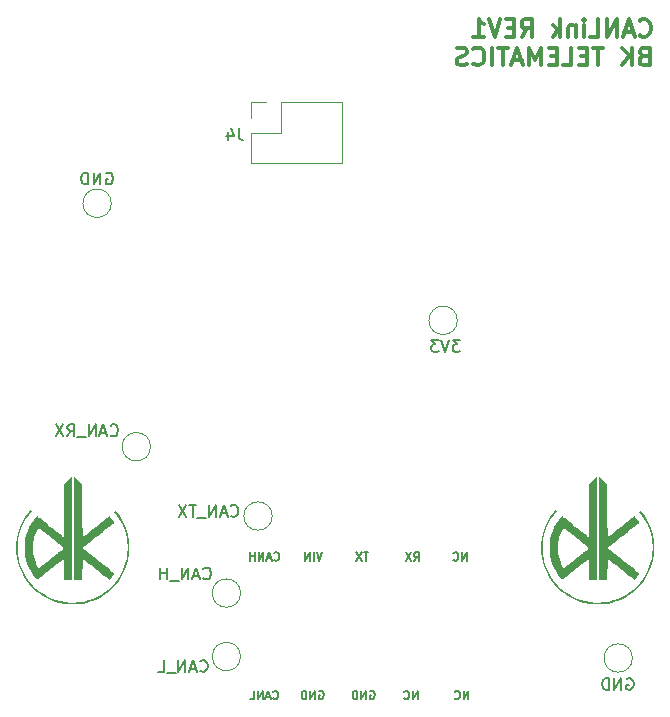
<source format=gbr>
G04 #@! TF.GenerationSoftware,KiCad,Pcbnew,9.0.0-rc2-6-ga1fa0bdb0b*
G04 #@! TF.CreationDate,2025-02-11T11:14:17+02:00*
G04 #@! TF.ProjectId,can_link_r1,63616e5f-6c69-46e6-9b5f-72312e6b6963,Rev 4*
G04 #@! TF.SameCoordinates,Original*
G04 #@! TF.FileFunction,Legend,Bot*
G04 #@! TF.FilePolarity,Positive*
%FSLAX46Y46*%
G04 Gerber Fmt 4.6, Leading zero omitted, Abs format (unit mm)*
G04 Created by KiCad (PCBNEW 9.0.0-rc2-6-ga1fa0bdb0b) date 2025-02-11 11:14:17*
%MOMM*%
%LPD*%
G01*
G04 APERTURE LIST*
%ADD10C,0.150000*%
%ADD11C,0.300000*%
%ADD12C,0.120000*%
%ADD13C,0.000000*%
G04 APERTURE END LIST*
D10*
X172399999Y-120716033D02*
X172399999Y-120016033D01*
X172399999Y-120016033D02*
X171999999Y-120716033D01*
X171999999Y-120716033D02*
X171999999Y-120016033D01*
X171266666Y-120649366D02*
X171299999Y-120682700D01*
X171299999Y-120682700D02*
X171399999Y-120716033D01*
X171399999Y-120716033D02*
X171466666Y-120716033D01*
X171466666Y-120716033D02*
X171566666Y-120682700D01*
X171566666Y-120682700D02*
X171633333Y-120616033D01*
X171633333Y-120616033D02*
X171666666Y-120549366D01*
X171666666Y-120549366D02*
X171699999Y-120416033D01*
X171699999Y-120416033D02*
X171699999Y-120316033D01*
X171699999Y-120316033D02*
X171666666Y-120182700D01*
X171666666Y-120182700D02*
X171633333Y-120116033D01*
X171633333Y-120116033D02*
X171566666Y-120049366D01*
X171566666Y-120049366D02*
X171466666Y-120016033D01*
X171466666Y-120016033D02*
X171399999Y-120016033D01*
X171399999Y-120016033D02*
X171299999Y-120049366D01*
X171299999Y-120049366D02*
X171266666Y-120082700D01*
D11*
X187038346Y-76228013D02*
X187109774Y-76299442D01*
X187109774Y-76299442D02*
X187324060Y-76370870D01*
X187324060Y-76370870D02*
X187466917Y-76370870D01*
X187466917Y-76370870D02*
X187681203Y-76299442D01*
X187681203Y-76299442D02*
X187824060Y-76156584D01*
X187824060Y-76156584D02*
X187895489Y-76013727D01*
X187895489Y-76013727D02*
X187966917Y-75728013D01*
X187966917Y-75728013D02*
X187966917Y-75513727D01*
X187966917Y-75513727D02*
X187895489Y-75228013D01*
X187895489Y-75228013D02*
X187824060Y-75085156D01*
X187824060Y-75085156D02*
X187681203Y-74942299D01*
X187681203Y-74942299D02*
X187466917Y-74870870D01*
X187466917Y-74870870D02*
X187324060Y-74870870D01*
X187324060Y-74870870D02*
X187109774Y-74942299D01*
X187109774Y-74942299D02*
X187038346Y-75013727D01*
X186466917Y-75942299D02*
X185752632Y-75942299D01*
X186609774Y-76370870D02*
X186109774Y-74870870D01*
X186109774Y-74870870D02*
X185609774Y-76370870D01*
X185109775Y-76370870D02*
X185109775Y-74870870D01*
X185109775Y-74870870D02*
X184252632Y-76370870D01*
X184252632Y-76370870D02*
X184252632Y-74870870D01*
X182824060Y-76370870D02*
X183538346Y-76370870D01*
X183538346Y-76370870D02*
X183538346Y-74870870D01*
X182324060Y-76370870D02*
X182324060Y-75370870D01*
X182324060Y-74870870D02*
X182395488Y-74942299D01*
X182395488Y-74942299D02*
X182324060Y-75013727D01*
X182324060Y-75013727D02*
X182252631Y-74942299D01*
X182252631Y-74942299D02*
X182324060Y-74870870D01*
X182324060Y-74870870D02*
X182324060Y-75013727D01*
X181609774Y-75370870D02*
X181609774Y-76370870D01*
X181609774Y-75513727D02*
X181538345Y-75442299D01*
X181538345Y-75442299D02*
X181395488Y-75370870D01*
X181395488Y-75370870D02*
X181181202Y-75370870D01*
X181181202Y-75370870D02*
X181038345Y-75442299D01*
X181038345Y-75442299D02*
X180966917Y-75585156D01*
X180966917Y-75585156D02*
X180966917Y-76370870D01*
X180252631Y-76370870D02*
X180252631Y-74870870D01*
X180109774Y-75799442D02*
X179681202Y-76370870D01*
X179681202Y-75370870D02*
X180252631Y-75942299D01*
X177038345Y-76370870D02*
X177538345Y-75656584D01*
X177895488Y-76370870D02*
X177895488Y-74870870D01*
X177895488Y-74870870D02*
X177324059Y-74870870D01*
X177324059Y-74870870D02*
X177181202Y-74942299D01*
X177181202Y-74942299D02*
X177109773Y-75013727D01*
X177109773Y-75013727D02*
X177038345Y-75156584D01*
X177038345Y-75156584D02*
X177038345Y-75370870D01*
X177038345Y-75370870D02*
X177109773Y-75513727D01*
X177109773Y-75513727D02*
X177181202Y-75585156D01*
X177181202Y-75585156D02*
X177324059Y-75656584D01*
X177324059Y-75656584D02*
X177895488Y-75656584D01*
X176395488Y-75585156D02*
X175895488Y-75585156D01*
X175681202Y-76370870D02*
X176395488Y-76370870D01*
X176395488Y-76370870D02*
X176395488Y-74870870D01*
X176395488Y-74870870D02*
X175681202Y-74870870D01*
X175252630Y-74870870D02*
X174752630Y-76370870D01*
X174752630Y-76370870D02*
X174252630Y-74870870D01*
X172966916Y-76370870D02*
X173824059Y-76370870D01*
X173395488Y-76370870D02*
X173395488Y-74870870D01*
X173395488Y-74870870D02*
X173538345Y-75085156D01*
X173538345Y-75085156D02*
X173681202Y-75228013D01*
X173681202Y-75228013D02*
X173824059Y-75299442D01*
X187395489Y-78000072D02*
X187181203Y-78071500D01*
X187181203Y-78071500D02*
X187109774Y-78142929D01*
X187109774Y-78142929D02*
X187038346Y-78285786D01*
X187038346Y-78285786D02*
X187038346Y-78500072D01*
X187038346Y-78500072D02*
X187109774Y-78642929D01*
X187109774Y-78642929D02*
X187181203Y-78714358D01*
X187181203Y-78714358D02*
X187324060Y-78785786D01*
X187324060Y-78785786D02*
X187895489Y-78785786D01*
X187895489Y-78785786D02*
X187895489Y-77285786D01*
X187895489Y-77285786D02*
X187395489Y-77285786D01*
X187395489Y-77285786D02*
X187252632Y-77357215D01*
X187252632Y-77357215D02*
X187181203Y-77428643D01*
X187181203Y-77428643D02*
X187109774Y-77571500D01*
X187109774Y-77571500D02*
X187109774Y-77714358D01*
X187109774Y-77714358D02*
X187181203Y-77857215D01*
X187181203Y-77857215D02*
X187252632Y-77928643D01*
X187252632Y-77928643D02*
X187395489Y-78000072D01*
X187395489Y-78000072D02*
X187895489Y-78000072D01*
X186395489Y-78785786D02*
X186395489Y-77285786D01*
X185538346Y-78785786D02*
X186181203Y-77928643D01*
X185538346Y-77285786D02*
X186395489Y-78142929D01*
X183966917Y-77285786D02*
X183109775Y-77285786D01*
X183538346Y-78785786D02*
X183538346Y-77285786D01*
X182609775Y-78000072D02*
X182109775Y-78000072D01*
X181895489Y-78785786D02*
X182609775Y-78785786D01*
X182609775Y-78785786D02*
X182609775Y-77285786D01*
X182609775Y-77285786D02*
X181895489Y-77285786D01*
X180538346Y-78785786D02*
X181252632Y-78785786D01*
X181252632Y-78785786D02*
X181252632Y-77285786D01*
X180038346Y-78000072D02*
X179538346Y-78000072D01*
X179324060Y-78785786D02*
X180038346Y-78785786D01*
X180038346Y-78785786D02*
X180038346Y-77285786D01*
X180038346Y-77285786D02*
X179324060Y-77285786D01*
X178681203Y-78785786D02*
X178681203Y-77285786D01*
X178681203Y-77285786D02*
X178181203Y-78357215D01*
X178181203Y-78357215D02*
X177681203Y-77285786D01*
X177681203Y-77285786D02*
X177681203Y-78785786D01*
X177038345Y-78357215D02*
X176324060Y-78357215D01*
X177181202Y-78785786D02*
X176681202Y-77285786D01*
X176681202Y-77285786D02*
X176181202Y-78785786D01*
X175895488Y-77285786D02*
X175038346Y-77285786D01*
X175466917Y-78785786D02*
X175466917Y-77285786D01*
X174538346Y-78785786D02*
X174538346Y-77285786D01*
X172966917Y-78642929D02*
X173038345Y-78714358D01*
X173038345Y-78714358D02*
X173252631Y-78785786D01*
X173252631Y-78785786D02*
X173395488Y-78785786D01*
X173395488Y-78785786D02*
X173609774Y-78714358D01*
X173609774Y-78714358D02*
X173752631Y-78571500D01*
X173752631Y-78571500D02*
X173824060Y-78428643D01*
X173824060Y-78428643D02*
X173895488Y-78142929D01*
X173895488Y-78142929D02*
X173895488Y-77928643D01*
X173895488Y-77928643D02*
X173824060Y-77642929D01*
X173824060Y-77642929D02*
X173752631Y-77500072D01*
X173752631Y-77500072D02*
X173609774Y-77357215D01*
X173609774Y-77357215D02*
X173395488Y-77285786D01*
X173395488Y-77285786D02*
X173252631Y-77285786D01*
X173252631Y-77285786D02*
X173038345Y-77357215D01*
X173038345Y-77357215D02*
X172966917Y-77428643D01*
X172395488Y-78714358D02*
X172181203Y-78785786D01*
X172181203Y-78785786D02*
X171824060Y-78785786D01*
X171824060Y-78785786D02*
X171681203Y-78714358D01*
X171681203Y-78714358D02*
X171609774Y-78642929D01*
X171609774Y-78642929D02*
X171538345Y-78500072D01*
X171538345Y-78500072D02*
X171538345Y-78357215D01*
X171538345Y-78357215D02*
X171609774Y-78214358D01*
X171609774Y-78214358D02*
X171681203Y-78142929D01*
X171681203Y-78142929D02*
X171824060Y-78071500D01*
X171824060Y-78071500D02*
X172109774Y-78000072D01*
X172109774Y-78000072D02*
X172252631Y-77928643D01*
X172252631Y-77928643D02*
X172324060Y-77857215D01*
X172324060Y-77857215D02*
X172395488Y-77714358D01*
X172395488Y-77714358D02*
X172395488Y-77571500D01*
X172395488Y-77571500D02*
X172324060Y-77428643D01*
X172324060Y-77428643D02*
X172252631Y-77357215D01*
X172252631Y-77357215D02*
X172109774Y-77285786D01*
X172109774Y-77285786D02*
X171752631Y-77285786D01*
X171752631Y-77285786D02*
X171538345Y-77357215D01*
D10*
X159883332Y-131774366D02*
X159949999Y-131741033D01*
X159949999Y-131741033D02*
X160049999Y-131741033D01*
X160049999Y-131741033D02*
X160149999Y-131774366D01*
X160149999Y-131774366D02*
X160216666Y-131841033D01*
X160216666Y-131841033D02*
X160249999Y-131907700D01*
X160249999Y-131907700D02*
X160283332Y-132041033D01*
X160283332Y-132041033D02*
X160283332Y-132141033D01*
X160283332Y-132141033D02*
X160249999Y-132274366D01*
X160249999Y-132274366D02*
X160216666Y-132341033D01*
X160216666Y-132341033D02*
X160149999Y-132407700D01*
X160149999Y-132407700D02*
X160049999Y-132441033D01*
X160049999Y-132441033D02*
X159983332Y-132441033D01*
X159983332Y-132441033D02*
X159883332Y-132407700D01*
X159883332Y-132407700D02*
X159849999Y-132374366D01*
X159849999Y-132374366D02*
X159849999Y-132141033D01*
X159849999Y-132141033D02*
X159983332Y-132141033D01*
X159549999Y-132441033D02*
X159549999Y-131741033D01*
X159549999Y-131741033D02*
X159149999Y-132441033D01*
X159149999Y-132441033D02*
X159149999Y-131741033D01*
X158816666Y-132441033D02*
X158816666Y-131741033D01*
X158816666Y-131741033D02*
X158649999Y-131741033D01*
X158649999Y-131741033D02*
X158549999Y-131774366D01*
X158549999Y-131774366D02*
X158483333Y-131841033D01*
X158483333Y-131841033D02*
X158449999Y-131907700D01*
X158449999Y-131907700D02*
X158416666Y-132041033D01*
X158416666Y-132041033D02*
X158416666Y-132141033D01*
X158416666Y-132141033D02*
X158449999Y-132274366D01*
X158449999Y-132274366D02*
X158483333Y-132341033D01*
X158483333Y-132341033D02*
X158549999Y-132407700D01*
X158549999Y-132407700D02*
X158649999Y-132441033D01*
X158649999Y-132441033D02*
X158816666Y-132441033D01*
X156081666Y-120649366D02*
X156114999Y-120682700D01*
X156114999Y-120682700D02*
X156214999Y-120716033D01*
X156214999Y-120716033D02*
X156281666Y-120716033D01*
X156281666Y-120716033D02*
X156381666Y-120682700D01*
X156381666Y-120682700D02*
X156448333Y-120616033D01*
X156448333Y-120616033D02*
X156481666Y-120549366D01*
X156481666Y-120549366D02*
X156514999Y-120416033D01*
X156514999Y-120416033D02*
X156514999Y-120316033D01*
X156514999Y-120316033D02*
X156481666Y-120182700D01*
X156481666Y-120182700D02*
X156448333Y-120116033D01*
X156448333Y-120116033D02*
X156381666Y-120049366D01*
X156381666Y-120049366D02*
X156281666Y-120016033D01*
X156281666Y-120016033D02*
X156214999Y-120016033D01*
X156214999Y-120016033D02*
X156114999Y-120049366D01*
X156114999Y-120049366D02*
X156081666Y-120082700D01*
X155814999Y-120516033D02*
X155481666Y-120516033D01*
X155881666Y-120716033D02*
X155648333Y-120016033D01*
X155648333Y-120016033D02*
X155414999Y-120716033D01*
X155181666Y-120716033D02*
X155181666Y-120016033D01*
X155181666Y-120016033D02*
X154781666Y-120716033D01*
X154781666Y-120716033D02*
X154781666Y-120016033D01*
X154448333Y-120716033D02*
X154448333Y-120016033D01*
X154448333Y-120349366D02*
X154048333Y-120349366D01*
X154048333Y-120716033D02*
X154048333Y-120016033D01*
X156008333Y-132374366D02*
X156041666Y-132407700D01*
X156041666Y-132407700D02*
X156141666Y-132441033D01*
X156141666Y-132441033D02*
X156208333Y-132441033D01*
X156208333Y-132441033D02*
X156308333Y-132407700D01*
X156308333Y-132407700D02*
X156375000Y-132341033D01*
X156375000Y-132341033D02*
X156408333Y-132274366D01*
X156408333Y-132274366D02*
X156441666Y-132141033D01*
X156441666Y-132141033D02*
X156441666Y-132041033D01*
X156441666Y-132041033D02*
X156408333Y-131907700D01*
X156408333Y-131907700D02*
X156375000Y-131841033D01*
X156375000Y-131841033D02*
X156308333Y-131774366D01*
X156308333Y-131774366D02*
X156208333Y-131741033D01*
X156208333Y-131741033D02*
X156141666Y-131741033D01*
X156141666Y-131741033D02*
X156041666Y-131774366D01*
X156041666Y-131774366D02*
X156008333Y-131807700D01*
X155741666Y-132241033D02*
X155408333Y-132241033D01*
X155808333Y-132441033D02*
X155575000Y-131741033D01*
X155575000Y-131741033D02*
X155341666Y-132441033D01*
X155108333Y-132441033D02*
X155108333Y-131741033D01*
X155108333Y-131741033D02*
X154708333Y-132441033D01*
X154708333Y-132441033D02*
X154708333Y-131741033D01*
X154041667Y-132441033D02*
X154375000Y-132441033D01*
X154375000Y-132441033D02*
X154375000Y-131741033D01*
X164208332Y-131774366D02*
X164274999Y-131741033D01*
X164274999Y-131741033D02*
X164374999Y-131741033D01*
X164374999Y-131741033D02*
X164474999Y-131774366D01*
X164474999Y-131774366D02*
X164541666Y-131841033D01*
X164541666Y-131841033D02*
X164574999Y-131907700D01*
X164574999Y-131907700D02*
X164608332Y-132041033D01*
X164608332Y-132041033D02*
X164608332Y-132141033D01*
X164608332Y-132141033D02*
X164574999Y-132274366D01*
X164574999Y-132274366D02*
X164541666Y-132341033D01*
X164541666Y-132341033D02*
X164474999Y-132407700D01*
X164474999Y-132407700D02*
X164374999Y-132441033D01*
X164374999Y-132441033D02*
X164308332Y-132441033D01*
X164308332Y-132441033D02*
X164208332Y-132407700D01*
X164208332Y-132407700D02*
X164174999Y-132374366D01*
X164174999Y-132374366D02*
X164174999Y-132141033D01*
X164174999Y-132141033D02*
X164308332Y-132141033D01*
X163874999Y-132441033D02*
X163874999Y-131741033D01*
X163874999Y-131741033D02*
X163474999Y-132441033D01*
X163474999Y-132441033D02*
X163474999Y-131741033D01*
X163141666Y-132441033D02*
X163141666Y-131741033D01*
X163141666Y-131741033D02*
X162974999Y-131741033D01*
X162974999Y-131741033D02*
X162874999Y-131774366D01*
X162874999Y-131774366D02*
X162808333Y-131841033D01*
X162808333Y-131841033D02*
X162774999Y-131907700D01*
X162774999Y-131907700D02*
X162741666Y-132041033D01*
X162741666Y-132041033D02*
X162741666Y-132141033D01*
X162741666Y-132141033D02*
X162774999Y-132274366D01*
X162774999Y-132274366D02*
X162808333Y-132341033D01*
X162808333Y-132341033D02*
X162874999Y-132407700D01*
X162874999Y-132407700D02*
X162974999Y-132441033D01*
X162974999Y-132441033D02*
X163141666Y-132441033D01*
X160156666Y-120016033D02*
X159923333Y-120716033D01*
X159923333Y-120716033D02*
X159689999Y-120016033D01*
X159456666Y-120716033D02*
X159456666Y-120016033D01*
X159123333Y-120716033D02*
X159123333Y-120016033D01*
X159123333Y-120016033D02*
X158723333Y-120716033D01*
X158723333Y-120716033D02*
X158723333Y-120016033D01*
X164073333Y-120016033D02*
X163673333Y-120016033D01*
X163873333Y-120716033D02*
X163873333Y-120016033D01*
X163506667Y-120016033D02*
X163040000Y-120716033D01*
X163040000Y-120016033D02*
X163506667Y-120716033D01*
X172524999Y-132441033D02*
X172524999Y-131741033D01*
X172524999Y-131741033D02*
X172124999Y-132441033D01*
X172124999Y-132441033D02*
X172124999Y-131741033D01*
X171391666Y-132374366D02*
X171424999Y-132407700D01*
X171424999Y-132407700D02*
X171524999Y-132441033D01*
X171524999Y-132441033D02*
X171591666Y-132441033D01*
X171591666Y-132441033D02*
X171691666Y-132407700D01*
X171691666Y-132407700D02*
X171758333Y-132341033D01*
X171758333Y-132341033D02*
X171791666Y-132274366D01*
X171791666Y-132274366D02*
X171824999Y-132141033D01*
X171824999Y-132141033D02*
X171824999Y-132041033D01*
X171824999Y-132041033D02*
X171791666Y-131907700D01*
X171791666Y-131907700D02*
X171758333Y-131841033D01*
X171758333Y-131841033D02*
X171691666Y-131774366D01*
X171691666Y-131774366D02*
X171591666Y-131741033D01*
X171591666Y-131741033D02*
X171524999Y-131741033D01*
X171524999Y-131741033D02*
X171424999Y-131774366D01*
X171424999Y-131774366D02*
X171391666Y-131807700D01*
X168229999Y-132441033D02*
X168229999Y-131741033D01*
X168229999Y-131741033D02*
X167829999Y-132441033D01*
X167829999Y-132441033D02*
X167829999Y-131741033D01*
X167096666Y-132374366D02*
X167129999Y-132407700D01*
X167129999Y-132407700D02*
X167229999Y-132441033D01*
X167229999Y-132441033D02*
X167296666Y-132441033D01*
X167296666Y-132441033D02*
X167396666Y-132407700D01*
X167396666Y-132407700D02*
X167463333Y-132341033D01*
X167463333Y-132341033D02*
X167496666Y-132274366D01*
X167496666Y-132274366D02*
X167529999Y-132141033D01*
X167529999Y-132141033D02*
X167529999Y-132041033D01*
X167529999Y-132041033D02*
X167496666Y-131907700D01*
X167496666Y-131907700D02*
X167463333Y-131841033D01*
X167463333Y-131841033D02*
X167396666Y-131774366D01*
X167396666Y-131774366D02*
X167296666Y-131741033D01*
X167296666Y-131741033D02*
X167229999Y-131741033D01*
X167229999Y-131741033D02*
X167129999Y-131774366D01*
X167129999Y-131774366D02*
X167096666Y-131807700D01*
X167916666Y-120716033D02*
X168149999Y-120382700D01*
X168316666Y-120716033D02*
X168316666Y-120016033D01*
X168316666Y-120016033D02*
X168049999Y-120016033D01*
X168049999Y-120016033D02*
X167983333Y-120049366D01*
X167983333Y-120049366D02*
X167949999Y-120082700D01*
X167949999Y-120082700D02*
X167916666Y-120149366D01*
X167916666Y-120149366D02*
X167916666Y-120249366D01*
X167916666Y-120249366D02*
X167949999Y-120316033D01*
X167949999Y-120316033D02*
X167983333Y-120349366D01*
X167983333Y-120349366D02*
X168049999Y-120382700D01*
X168049999Y-120382700D02*
X168316666Y-120382700D01*
X167683333Y-120016033D02*
X167216666Y-120716033D01*
X167216666Y-120016033D02*
X167683333Y-120716033D01*
X171828094Y-102034819D02*
X171209047Y-102034819D01*
X171209047Y-102034819D02*
X171542380Y-102415771D01*
X171542380Y-102415771D02*
X171399523Y-102415771D01*
X171399523Y-102415771D02*
X171304285Y-102463390D01*
X171304285Y-102463390D02*
X171256666Y-102511009D01*
X171256666Y-102511009D02*
X171209047Y-102606247D01*
X171209047Y-102606247D02*
X171209047Y-102844342D01*
X171209047Y-102844342D02*
X171256666Y-102939580D01*
X171256666Y-102939580D02*
X171304285Y-102987200D01*
X171304285Y-102987200D02*
X171399523Y-103034819D01*
X171399523Y-103034819D02*
X171685237Y-103034819D01*
X171685237Y-103034819D02*
X171780475Y-102987200D01*
X171780475Y-102987200D02*
X171828094Y-102939580D01*
X170923332Y-102034819D02*
X170589999Y-103034819D01*
X170589999Y-103034819D02*
X170256666Y-102034819D01*
X170018570Y-102034819D02*
X169399523Y-102034819D01*
X169399523Y-102034819D02*
X169732856Y-102415771D01*
X169732856Y-102415771D02*
X169589999Y-102415771D01*
X169589999Y-102415771D02*
X169494761Y-102463390D01*
X169494761Y-102463390D02*
X169447142Y-102511009D01*
X169447142Y-102511009D02*
X169399523Y-102606247D01*
X169399523Y-102606247D02*
X169399523Y-102844342D01*
X169399523Y-102844342D02*
X169447142Y-102939580D01*
X169447142Y-102939580D02*
X169494761Y-102987200D01*
X169494761Y-102987200D02*
X169589999Y-103034819D01*
X169589999Y-103034819D02*
X169875713Y-103034819D01*
X169875713Y-103034819D02*
X169970951Y-102987200D01*
X169970951Y-102987200D02*
X170018570Y-102939580D01*
X150107619Y-122214580D02*
X150155238Y-122262200D01*
X150155238Y-122262200D02*
X150298095Y-122309819D01*
X150298095Y-122309819D02*
X150393333Y-122309819D01*
X150393333Y-122309819D02*
X150536190Y-122262200D01*
X150536190Y-122262200D02*
X150631428Y-122166961D01*
X150631428Y-122166961D02*
X150679047Y-122071723D01*
X150679047Y-122071723D02*
X150726666Y-121881247D01*
X150726666Y-121881247D02*
X150726666Y-121738390D01*
X150726666Y-121738390D02*
X150679047Y-121547914D01*
X150679047Y-121547914D02*
X150631428Y-121452676D01*
X150631428Y-121452676D02*
X150536190Y-121357438D01*
X150536190Y-121357438D02*
X150393333Y-121309819D01*
X150393333Y-121309819D02*
X150298095Y-121309819D01*
X150298095Y-121309819D02*
X150155238Y-121357438D01*
X150155238Y-121357438D02*
X150107619Y-121405057D01*
X149726666Y-122024104D02*
X149250476Y-122024104D01*
X149821904Y-122309819D02*
X149488571Y-121309819D01*
X149488571Y-121309819D02*
X149155238Y-122309819D01*
X148821904Y-122309819D02*
X148821904Y-121309819D01*
X148821904Y-121309819D02*
X148250476Y-122309819D01*
X148250476Y-122309819D02*
X148250476Y-121309819D01*
X148012381Y-122405057D02*
X147250476Y-122405057D01*
X147012380Y-122309819D02*
X147012380Y-121309819D01*
X147012380Y-121786009D02*
X146440952Y-121786009D01*
X146440952Y-122309819D02*
X146440952Y-121309819D01*
X153083333Y-84104819D02*
X153083333Y-84819104D01*
X153083333Y-84819104D02*
X153130952Y-84961961D01*
X153130952Y-84961961D02*
X153226190Y-85057200D01*
X153226190Y-85057200D02*
X153369047Y-85104819D01*
X153369047Y-85104819D02*
X153464285Y-85104819D01*
X152178571Y-84438152D02*
X152178571Y-85104819D01*
X152416666Y-84057200D02*
X152654761Y-84771485D01*
X152654761Y-84771485D02*
X152035714Y-84771485D01*
X141861904Y-87922438D02*
X141957142Y-87874819D01*
X141957142Y-87874819D02*
X142099999Y-87874819D01*
X142099999Y-87874819D02*
X142242856Y-87922438D01*
X142242856Y-87922438D02*
X142338094Y-88017676D01*
X142338094Y-88017676D02*
X142385713Y-88112914D01*
X142385713Y-88112914D02*
X142433332Y-88303390D01*
X142433332Y-88303390D02*
X142433332Y-88446247D01*
X142433332Y-88446247D02*
X142385713Y-88636723D01*
X142385713Y-88636723D02*
X142338094Y-88731961D01*
X142338094Y-88731961D02*
X142242856Y-88827200D01*
X142242856Y-88827200D02*
X142099999Y-88874819D01*
X142099999Y-88874819D02*
X142004761Y-88874819D01*
X142004761Y-88874819D02*
X141861904Y-88827200D01*
X141861904Y-88827200D02*
X141814285Y-88779580D01*
X141814285Y-88779580D02*
X141814285Y-88446247D01*
X141814285Y-88446247D02*
X142004761Y-88446247D01*
X141385713Y-88874819D02*
X141385713Y-87874819D01*
X141385713Y-87874819D02*
X140814285Y-88874819D01*
X140814285Y-88874819D02*
X140814285Y-87874819D01*
X140338094Y-88874819D02*
X140338094Y-87874819D01*
X140338094Y-87874819D02*
X140099999Y-87874819D01*
X140099999Y-87874819D02*
X139957142Y-87922438D01*
X139957142Y-87922438D02*
X139861904Y-88017676D01*
X139861904Y-88017676D02*
X139814285Y-88112914D01*
X139814285Y-88112914D02*
X139766666Y-88303390D01*
X139766666Y-88303390D02*
X139766666Y-88446247D01*
X139766666Y-88446247D02*
X139814285Y-88636723D01*
X139814285Y-88636723D02*
X139861904Y-88731961D01*
X139861904Y-88731961D02*
X139957142Y-88827200D01*
X139957142Y-88827200D02*
X140099999Y-88874819D01*
X140099999Y-88874819D02*
X140338094Y-88874819D01*
X142255000Y-110094580D02*
X142302619Y-110142200D01*
X142302619Y-110142200D02*
X142445476Y-110189819D01*
X142445476Y-110189819D02*
X142540714Y-110189819D01*
X142540714Y-110189819D02*
X142683571Y-110142200D01*
X142683571Y-110142200D02*
X142778809Y-110046961D01*
X142778809Y-110046961D02*
X142826428Y-109951723D01*
X142826428Y-109951723D02*
X142874047Y-109761247D01*
X142874047Y-109761247D02*
X142874047Y-109618390D01*
X142874047Y-109618390D02*
X142826428Y-109427914D01*
X142826428Y-109427914D02*
X142778809Y-109332676D01*
X142778809Y-109332676D02*
X142683571Y-109237438D01*
X142683571Y-109237438D02*
X142540714Y-109189819D01*
X142540714Y-109189819D02*
X142445476Y-109189819D01*
X142445476Y-109189819D02*
X142302619Y-109237438D01*
X142302619Y-109237438D02*
X142255000Y-109285057D01*
X141874047Y-109904104D02*
X141397857Y-109904104D01*
X141969285Y-110189819D02*
X141635952Y-109189819D01*
X141635952Y-109189819D02*
X141302619Y-110189819D01*
X140969285Y-110189819D02*
X140969285Y-109189819D01*
X140969285Y-109189819D02*
X140397857Y-110189819D01*
X140397857Y-110189819D02*
X140397857Y-109189819D01*
X140159762Y-110285057D02*
X139397857Y-110285057D01*
X138588333Y-110189819D02*
X138921666Y-109713628D01*
X139159761Y-110189819D02*
X139159761Y-109189819D01*
X139159761Y-109189819D02*
X138778809Y-109189819D01*
X138778809Y-109189819D02*
X138683571Y-109237438D01*
X138683571Y-109237438D02*
X138635952Y-109285057D01*
X138635952Y-109285057D02*
X138588333Y-109380295D01*
X138588333Y-109380295D02*
X138588333Y-109523152D01*
X138588333Y-109523152D02*
X138635952Y-109618390D01*
X138635952Y-109618390D02*
X138683571Y-109666009D01*
X138683571Y-109666009D02*
X138778809Y-109713628D01*
X138778809Y-109713628D02*
X139159761Y-109713628D01*
X138254999Y-109189819D02*
X137588333Y-110189819D01*
X137588333Y-109189819D02*
X138254999Y-110189819D01*
X185951904Y-130712438D02*
X186047142Y-130664819D01*
X186047142Y-130664819D02*
X186189999Y-130664819D01*
X186189999Y-130664819D02*
X186332856Y-130712438D01*
X186332856Y-130712438D02*
X186428094Y-130807676D01*
X186428094Y-130807676D02*
X186475713Y-130902914D01*
X186475713Y-130902914D02*
X186523332Y-131093390D01*
X186523332Y-131093390D02*
X186523332Y-131236247D01*
X186523332Y-131236247D02*
X186475713Y-131426723D01*
X186475713Y-131426723D02*
X186428094Y-131521961D01*
X186428094Y-131521961D02*
X186332856Y-131617200D01*
X186332856Y-131617200D02*
X186189999Y-131664819D01*
X186189999Y-131664819D02*
X186094761Y-131664819D01*
X186094761Y-131664819D02*
X185951904Y-131617200D01*
X185951904Y-131617200D02*
X185904285Y-131569580D01*
X185904285Y-131569580D02*
X185904285Y-131236247D01*
X185904285Y-131236247D02*
X186094761Y-131236247D01*
X185475713Y-131664819D02*
X185475713Y-130664819D01*
X185475713Y-130664819D02*
X184904285Y-131664819D01*
X184904285Y-131664819D02*
X184904285Y-130664819D01*
X184428094Y-131664819D02*
X184428094Y-130664819D01*
X184428094Y-130664819D02*
X184189999Y-130664819D01*
X184189999Y-130664819D02*
X184047142Y-130712438D01*
X184047142Y-130712438D02*
X183951904Y-130807676D01*
X183951904Y-130807676D02*
X183904285Y-130902914D01*
X183904285Y-130902914D02*
X183856666Y-131093390D01*
X183856666Y-131093390D02*
X183856666Y-131236247D01*
X183856666Y-131236247D02*
X183904285Y-131426723D01*
X183904285Y-131426723D02*
X183951904Y-131521961D01*
X183951904Y-131521961D02*
X184047142Y-131617200D01*
X184047142Y-131617200D02*
X184189999Y-131664819D01*
X184189999Y-131664819D02*
X184428094Y-131664819D01*
X152430952Y-116909580D02*
X152478571Y-116957200D01*
X152478571Y-116957200D02*
X152621428Y-117004819D01*
X152621428Y-117004819D02*
X152716666Y-117004819D01*
X152716666Y-117004819D02*
X152859523Y-116957200D01*
X152859523Y-116957200D02*
X152954761Y-116861961D01*
X152954761Y-116861961D02*
X153002380Y-116766723D01*
X153002380Y-116766723D02*
X153049999Y-116576247D01*
X153049999Y-116576247D02*
X153049999Y-116433390D01*
X153049999Y-116433390D02*
X153002380Y-116242914D01*
X153002380Y-116242914D02*
X152954761Y-116147676D01*
X152954761Y-116147676D02*
X152859523Y-116052438D01*
X152859523Y-116052438D02*
X152716666Y-116004819D01*
X152716666Y-116004819D02*
X152621428Y-116004819D01*
X152621428Y-116004819D02*
X152478571Y-116052438D01*
X152478571Y-116052438D02*
X152430952Y-116100057D01*
X152049999Y-116719104D02*
X151573809Y-116719104D01*
X152145237Y-117004819D02*
X151811904Y-116004819D01*
X151811904Y-116004819D02*
X151478571Y-117004819D01*
X151145237Y-117004819D02*
X151145237Y-116004819D01*
X151145237Y-116004819D02*
X150573809Y-117004819D01*
X150573809Y-117004819D02*
X150573809Y-116004819D01*
X150335714Y-117100057D02*
X149573809Y-117100057D01*
X149478570Y-116004819D02*
X148907142Y-116004819D01*
X149192856Y-117004819D02*
X149192856Y-116004819D01*
X148669046Y-116004819D02*
X148002380Y-117004819D01*
X148002380Y-116004819D02*
X148669046Y-117004819D01*
X149838571Y-130059580D02*
X149886190Y-130107200D01*
X149886190Y-130107200D02*
X150029047Y-130154819D01*
X150029047Y-130154819D02*
X150124285Y-130154819D01*
X150124285Y-130154819D02*
X150267142Y-130107200D01*
X150267142Y-130107200D02*
X150362380Y-130011961D01*
X150362380Y-130011961D02*
X150409999Y-129916723D01*
X150409999Y-129916723D02*
X150457618Y-129726247D01*
X150457618Y-129726247D02*
X150457618Y-129583390D01*
X150457618Y-129583390D02*
X150409999Y-129392914D01*
X150409999Y-129392914D02*
X150362380Y-129297676D01*
X150362380Y-129297676D02*
X150267142Y-129202438D01*
X150267142Y-129202438D02*
X150124285Y-129154819D01*
X150124285Y-129154819D02*
X150029047Y-129154819D01*
X150029047Y-129154819D02*
X149886190Y-129202438D01*
X149886190Y-129202438D02*
X149838571Y-129250057D01*
X149457618Y-129869104D02*
X148981428Y-129869104D01*
X149552856Y-130154819D02*
X149219523Y-129154819D01*
X149219523Y-129154819D02*
X148886190Y-130154819D01*
X148552856Y-130154819D02*
X148552856Y-129154819D01*
X148552856Y-129154819D02*
X147981428Y-130154819D01*
X147981428Y-130154819D02*
X147981428Y-129154819D01*
X147743333Y-130250057D02*
X146981428Y-130250057D01*
X146267142Y-130154819D02*
X146743332Y-130154819D01*
X146743332Y-130154819D02*
X146743332Y-129154819D01*
D12*
G04 #@! TO.C,TP1*
X171600000Y-100380000D02*
G75*
G02*
X169200000Y-100380000I-1200000J0D01*
G01*
X169200000Y-100380000D02*
G75*
G02*
X171600000Y-100380000I1200000J0D01*
G01*
G04 #@! TO.C,TP4*
X153250000Y-123475000D02*
G75*
G02*
X150850000Y-123475000I-1200000J0D01*
G01*
X150850000Y-123475000D02*
G75*
G02*
X153250000Y-123475000I1200000J0D01*
G01*
G04 #@! TO.C,J4*
X154095000Y-81895000D02*
X154095000Y-83225000D01*
X154095000Y-84495000D02*
X154095000Y-87095000D01*
X154095000Y-87095000D02*
X161835000Y-87095000D01*
X155425000Y-81895000D02*
X154095000Y-81895000D01*
X156695000Y-81895000D02*
X156695000Y-84495000D01*
X156695000Y-81895000D02*
X161835000Y-81895000D01*
X156695000Y-84495000D02*
X154095000Y-84495000D01*
X161835000Y-81895000D02*
X161835000Y-87095000D01*
D13*
G04 #@! TO.C,G\u002A\u002A\u002A*
G36*
X139523283Y-113866841D02*
G01*
X139863832Y-114207087D01*
X139863832Y-116470646D01*
X139863853Y-116624405D01*
X139863987Y-116890779D01*
X139864241Y-117146792D01*
X139864606Y-117390538D01*
X139865074Y-117620114D01*
X139865640Y-117833612D01*
X139866294Y-118029129D01*
X139867030Y-118204758D01*
X139867840Y-118358595D01*
X139868716Y-118488734D01*
X139869652Y-118593270D01*
X139870639Y-118670297D01*
X139871670Y-118717911D01*
X139872737Y-118734205D01*
X139873165Y-118734077D01*
X139890649Y-118721982D01*
X139930286Y-118692056D01*
X139988676Y-118646942D01*
X140062418Y-118589283D01*
X140148112Y-118521723D01*
X140242358Y-118446904D01*
X140326216Y-118380124D01*
X140432767Y-118295299D01*
X140536009Y-118213134D01*
X140630274Y-118138142D01*
X140709893Y-118074832D01*
X140769195Y-118027714D01*
X140774641Y-118023390D01*
X140839430Y-117971901D01*
X140895894Y-117926945D01*
X140938129Y-117893227D01*
X140960235Y-117875451D01*
X140967932Y-117869201D01*
X141003714Y-117840452D01*
X141062870Y-117793170D01*
X141145845Y-117727003D01*
X141253079Y-117641599D01*
X141385015Y-117536605D01*
X141542097Y-117411668D01*
X141724765Y-117266436D01*
X142160586Y-116919989D01*
X142200378Y-116967417D01*
X142218211Y-116988762D01*
X142304633Y-117094873D01*
X142382207Y-117194479D01*
X142448778Y-117284483D01*
X142502189Y-117361790D01*
X142540283Y-117423302D01*
X142560904Y-117465923D01*
X142561895Y-117486556D01*
X142560604Y-117487667D01*
X142539395Y-117504900D01*
X142496247Y-117539485D01*
X142434592Y-117588683D01*
X142357864Y-117649758D01*
X142269497Y-117719974D01*
X142172923Y-117796593D01*
X142102394Y-117852522D01*
X141975716Y-117953027D01*
X141842292Y-118058938D01*
X141710320Y-118163744D01*
X141587996Y-118260936D01*
X141483519Y-118344008D01*
X141466495Y-118357550D01*
X141377042Y-118428710D01*
X141267655Y-118515727D01*
X141143279Y-118614669D01*
X141008858Y-118721600D01*
X140869336Y-118832589D01*
X140729658Y-118943703D01*
X140594768Y-119051007D01*
X140519700Y-119110715D01*
X140400368Y-119205599D01*
X140288620Y-119294415D01*
X140187525Y-119374726D01*
X140100151Y-119444094D01*
X140029568Y-119500084D01*
X139978843Y-119540259D01*
X139951046Y-119562181D01*
X139923464Y-119584815D01*
X139892494Y-119613806D01*
X139880445Y-119630525D01*
X139882399Y-119633971D01*
X139903683Y-119655360D01*
X139944691Y-119691622D01*
X140000786Y-119738735D01*
X140067331Y-119792677D01*
X140089139Y-119810070D01*
X140207105Y-119904111D01*
X140343302Y-120012622D01*
X140494327Y-120132898D01*
X140656781Y-120262232D01*
X140827261Y-120397921D01*
X141002367Y-120537257D01*
X141178698Y-120677536D01*
X141352851Y-120816051D01*
X141521426Y-120950098D01*
X141681021Y-121076970D01*
X141828236Y-121193962D01*
X141959669Y-121298368D01*
X142071918Y-121387483D01*
X142161583Y-121458600D01*
X142212538Y-121499081D01*
X142308864Y-121576149D01*
X142394730Y-121645562D01*
X142467005Y-121704746D01*
X142522557Y-121751125D01*
X142558251Y-121782124D01*
X142570957Y-121795167D01*
X142564949Y-121811008D01*
X142541283Y-121850459D01*
X142502767Y-121907463D01*
X142452720Y-121977400D01*
X142394464Y-122055649D01*
X142331318Y-122137592D01*
X142266605Y-122218607D01*
X142242436Y-122247981D01*
X142202808Y-122294775D01*
X142173947Y-122327028D01*
X142160855Y-122339045D01*
X142151882Y-122333017D01*
X142119557Y-122308629D01*
X142066673Y-122267728D01*
X141996273Y-122212693D01*
X141911400Y-122145907D01*
X141815097Y-122069751D01*
X141710408Y-121986605D01*
X141599245Y-121898137D01*
X141349360Y-121699273D01*
X141123988Y-121519926D01*
X140922082Y-121359262D01*
X140742596Y-121216450D01*
X140584484Y-121090658D01*
X140446699Y-120981053D01*
X140328196Y-120886804D01*
X140227929Y-120807078D01*
X140144851Y-120741044D01*
X140077915Y-120687869D01*
X140026077Y-120646721D01*
X139988289Y-120616769D01*
X139963505Y-120597179D01*
X139872139Y-120525155D01*
X139863549Y-122339045D01*
X139182734Y-122339045D01*
X139182734Y-113526596D01*
X139523283Y-113866841D01*
G37*
G36*
X135529075Y-116452557D02*
G01*
X135582303Y-116504917D01*
X135466299Y-116643596D01*
X135320632Y-116826211D01*
X135099663Y-117143094D01*
X134908391Y-117473230D01*
X134746252Y-117817877D01*
X134612680Y-118178290D01*
X134507110Y-118555728D01*
X134428977Y-118951446D01*
X134426526Y-118966945D01*
X134414873Y-119046037D01*
X134406013Y-119119651D01*
X134399585Y-119194234D01*
X134395230Y-119276237D01*
X134392587Y-119372110D01*
X134391296Y-119488302D01*
X134390997Y-119631262D01*
X134391677Y-119770242D01*
X134394893Y-119930853D01*
X134401522Y-120071511D01*
X134412413Y-120199748D01*
X134428410Y-120323096D01*
X134450362Y-120449088D01*
X134479114Y-120585256D01*
X134515513Y-120739130D01*
X134604266Y-121056876D01*
X134732060Y-121411405D01*
X134886878Y-121749331D01*
X135070293Y-122074030D01*
X135283878Y-122388882D01*
X135420460Y-122565601D01*
X135680070Y-122860155D01*
X135960291Y-123129021D01*
X136260166Y-123371633D01*
X136578739Y-123587425D01*
X136915052Y-123775830D01*
X137268149Y-123936282D01*
X137637073Y-124068215D01*
X138020867Y-124171062D01*
X138418574Y-124244257D01*
X138455198Y-124249064D01*
X138582890Y-124260938D01*
X138732768Y-124269225D01*
X138896942Y-124273929D01*
X139067525Y-124275053D01*
X139236629Y-124272598D01*
X139396365Y-124266569D01*
X139538845Y-124256968D01*
X139656180Y-124243798D01*
X139960264Y-124190136D01*
X140347969Y-124093461D01*
X140720368Y-123967470D01*
X141077067Y-123812356D01*
X141417677Y-123628317D01*
X141741804Y-123415548D01*
X142049057Y-123174243D01*
X142339045Y-122904600D01*
X142596802Y-122622727D01*
X142835152Y-122314648D01*
X143045240Y-121990052D01*
X143226482Y-121650300D01*
X143378296Y-121296754D01*
X143500099Y-120930776D01*
X143591309Y-120553726D01*
X143651342Y-120166968D01*
X143679616Y-119771862D01*
X143679726Y-119444129D01*
X143656268Y-119105588D01*
X143607180Y-118774853D01*
X143531270Y-118444043D01*
X143427344Y-118105278D01*
X143382760Y-117981755D01*
X143265600Y-117701599D01*
X143128777Y-117425343D01*
X142976348Y-117160272D01*
X142812371Y-116913674D01*
X142640902Y-116692836D01*
X142565242Y-116603396D01*
X142619581Y-116554844D01*
X142621070Y-116553512D01*
X142645139Y-116532638D01*
X142664873Y-116521312D01*
X142684399Y-116522309D01*
X142707846Y-116538405D01*
X142739342Y-116572374D01*
X142783015Y-116626991D01*
X142842993Y-116705032D01*
X142916876Y-116803868D01*
X143135179Y-117129989D01*
X143323989Y-117469146D01*
X143483876Y-117822702D01*
X143615412Y-118192019D01*
X143719164Y-118578460D01*
X143795704Y-118983388D01*
X143797659Y-118996785D01*
X143809346Y-119105828D01*
X143818042Y-119239739D01*
X143823747Y-119391345D01*
X143826465Y-119553472D01*
X143826197Y-119718946D01*
X143822946Y-119880593D01*
X143816714Y-120031238D01*
X143807503Y-120163709D01*
X143795315Y-120270831D01*
X143726368Y-120645569D01*
X143623183Y-121039546D01*
X143491058Y-121417594D01*
X143330242Y-121779261D01*
X143140988Y-122124094D01*
X142923545Y-122451638D01*
X142678165Y-122761442D01*
X142405098Y-123053052D01*
X142104596Y-123326015D01*
X141960841Y-123441501D01*
X141649881Y-123660695D01*
X141319430Y-123855543D01*
X140973018Y-124024572D01*
X140614175Y-124166310D01*
X140246431Y-124279285D01*
X139873318Y-124362023D01*
X139498365Y-124413053D01*
X139438518Y-124417794D01*
X139308221Y-124424473D01*
X139161605Y-124428347D01*
X139008554Y-124429390D01*
X138858950Y-124427577D01*
X138722676Y-124422885D01*
X138609614Y-124415287D01*
X138324580Y-124380696D01*
X137934535Y-124305755D01*
X137555691Y-124200738D01*
X137189509Y-124066652D01*
X136837451Y-123904507D01*
X136500977Y-123715313D01*
X136181548Y-123500077D01*
X135880624Y-123259808D01*
X135599667Y-122995516D01*
X135340136Y-122708210D01*
X135103494Y-122398898D01*
X134891200Y-122068589D01*
X134704715Y-121718292D01*
X134626259Y-121547063D01*
X134483745Y-121179853D01*
X134373428Y-120806006D01*
X134295004Y-120424183D01*
X134248172Y-120033048D01*
X134232628Y-119631262D01*
X134245930Y-119264756D01*
X134291216Y-118868536D01*
X134368323Y-118481215D01*
X134476946Y-118103688D01*
X134616785Y-117736848D01*
X134787536Y-117381593D01*
X134988896Y-117038816D01*
X135220563Y-116709412D01*
X135265346Y-116651597D01*
X135321367Y-116580945D01*
X135371738Y-116519103D01*
X135409311Y-116474951D01*
X135475848Y-116400196D01*
X135529075Y-116452557D01*
G37*
G36*
X139000000Y-122339045D02*
G01*
X138302289Y-122339045D01*
X138302289Y-121433682D01*
X138302240Y-121334418D01*
X138301934Y-121170092D01*
X138301371Y-121017901D01*
X138300578Y-120880859D01*
X138299583Y-120761979D01*
X138298413Y-120664272D01*
X138297094Y-120590751D01*
X138295654Y-120544429D01*
X138294121Y-120528319D01*
X138285966Y-120533809D01*
X138254253Y-120557770D01*
X138201189Y-120598842D01*
X138129430Y-120654943D01*
X138041630Y-120723986D01*
X137940446Y-120803889D01*
X137828531Y-120892568D01*
X137708542Y-120987937D01*
X137669238Y-121019222D01*
X137533817Y-121127007D01*
X137396254Y-121236486D01*
X137261237Y-121343929D01*
X137133455Y-121445603D01*
X137017599Y-121537778D01*
X136918357Y-121616722D01*
X136840419Y-121678703D01*
X136804107Y-121707591D01*
X136719768Y-121774808D01*
X136644078Y-121835299D01*
X136581379Y-121885581D01*
X136536017Y-121922175D01*
X136512337Y-121941598D01*
X136499596Y-121952367D01*
X136425829Y-122013005D01*
X136346347Y-122075950D01*
X136265657Y-122137889D01*
X136188268Y-122195510D01*
X136118689Y-122245502D01*
X136061428Y-122284552D01*
X136020995Y-122309347D01*
X136001897Y-122316576D01*
X135981683Y-122300865D01*
X135944792Y-122261421D01*
X135896048Y-122203253D01*
X135839000Y-122130974D01*
X135777200Y-122049197D01*
X135714199Y-121962534D01*
X135653549Y-121875597D01*
X135598801Y-121793000D01*
X135494853Y-121621527D01*
X135332087Y-121304509D01*
X135199372Y-120976605D01*
X135096741Y-120639995D01*
X135024229Y-120296860D01*
X134981870Y-119949381D01*
X134970508Y-119623002D01*
X135675577Y-119623002D01*
X135683080Y-119885703D01*
X135707068Y-120128532D01*
X135749310Y-120361274D01*
X135811578Y-120593717D01*
X135895641Y-120835644D01*
X135903432Y-120855486D01*
X135932164Y-120923626D01*
X135967661Y-121002767D01*
X136006590Y-121085997D01*
X136045618Y-121166402D01*
X136081411Y-121237072D01*
X136110636Y-121291092D01*
X136129958Y-121321550D01*
X136138979Y-121331128D01*
X136157201Y-121341656D01*
X136160033Y-121340375D01*
X136183787Y-121324030D01*
X136226729Y-121291849D01*
X136283905Y-121247592D01*
X136350360Y-121195022D01*
X136374198Y-121175990D01*
X136431880Y-121129977D01*
X136509683Y-121067944D01*
X136604313Y-120992513D01*
X136712477Y-120906308D01*
X136830883Y-120811953D01*
X136956237Y-120712071D01*
X137085247Y-120609286D01*
X137214619Y-120506221D01*
X137341061Y-120405499D01*
X137461279Y-120309744D01*
X137571981Y-120221579D01*
X137669873Y-120143629D01*
X137751662Y-120078515D01*
X137814056Y-120028863D01*
X137853761Y-119997295D01*
X137874144Y-119981100D01*
X138005519Y-119876259D01*
X138111344Y-119790895D01*
X138192361Y-119724392D01*
X138249312Y-119676135D01*
X138282939Y-119645509D01*
X138293983Y-119631896D01*
X138286552Y-119623586D01*
X138256863Y-119597313D01*
X138204211Y-119553093D01*
X138128277Y-119490669D01*
X138028743Y-119409787D01*
X137905290Y-119310189D01*
X137757603Y-119191622D01*
X137585362Y-119053829D01*
X137388249Y-118896554D01*
X137165947Y-118719542D01*
X136918139Y-118522538D01*
X136644505Y-118305285D01*
X136633561Y-118296606D01*
X136524007Y-118210386D01*
X136422613Y-118131732D01*
X136332333Y-118062855D01*
X136256122Y-118005963D01*
X136196936Y-117963265D01*
X136157730Y-117936970D01*
X136141460Y-117929286D01*
X136133587Y-117937123D01*
X136110238Y-117972964D01*
X136078460Y-118031393D01*
X136040796Y-118106931D01*
X135999792Y-118194102D01*
X135957992Y-118287428D01*
X135917941Y-118381432D01*
X135882185Y-118470636D01*
X135853268Y-118549564D01*
X135786608Y-118761220D01*
X135735461Y-118968294D01*
X135701159Y-119172746D01*
X135681824Y-119385874D01*
X135675580Y-119618978D01*
X135675577Y-119623002D01*
X134970508Y-119623002D01*
X134969698Y-119599739D01*
X134987748Y-119250114D01*
X135036054Y-118902688D01*
X135114650Y-118559640D01*
X135223571Y-118223152D01*
X135362850Y-117895404D01*
X135532522Y-117578577D01*
X135533436Y-117577044D01*
X135589386Y-117486716D01*
X135651862Y-117391793D01*
X135717797Y-117296340D01*
X135784124Y-117204421D01*
X135847776Y-117120101D01*
X135905686Y-117047443D01*
X135954789Y-116990513D01*
X135992016Y-116953374D01*
X136014301Y-116940092D01*
X136023872Y-116946326D01*
X136057790Y-116971633D01*
X136114275Y-117015008D01*
X136191425Y-117074956D01*
X136287337Y-117149981D01*
X136400108Y-117238587D01*
X136527837Y-117339280D01*
X136668619Y-117450562D01*
X136820552Y-117570940D01*
X136981734Y-117698916D01*
X137150261Y-117832995D01*
X137282243Y-117938057D01*
X137445274Y-118067702D01*
X137599481Y-118190184D01*
X137742962Y-118303997D01*
X137873808Y-118407635D01*
X137990116Y-118499592D01*
X138089979Y-118578361D01*
X138171492Y-118642437D01*
X138232749Y-118690312D01*
X138271844Y-118720481D01*
X138286873Y-118731437D01*
X138288168Y-118726235D01*
X138290270Y-118691650D01*
X138292229Y-118625610D01*
X138294037Y-118529228D01*
X138295688Y-118403620D01*
X138297173Y-118249900D01*
X138298484Y-118069182D01*
X138299615Y-117862581D01*
X138300557Y-117631211D01*
X138301304Y-117376188D01*
X138301846Y-117098625D01*
X138302177Y-116799638D01*
X138302289Y-116480340D01*
X138302289Y-114223706D01*
X138651145Y-113875147D01*
X139000000Y-113526588D01*
X139000000Y-119631896D01*
X139000000Y-122339045D01*
G37*
G36*
X183973283Y-113866841D02*
G01*
X184313832Y-114207087D01*
X184313832Y-116470646D01*
X184313853Y-116624405D01*
X184313987Y-116890779D01*
X184314241Y-117146792D01*
X184314606Y-117390538D01*
X184315074Y-117620114D01*
X184315640Y-117833612D01*
X184316294Y-118029129D01*
X184317030Y-118204758D01*
X184317840Y-118358595D01*
X184318716Y-118488734D01*
X184319652Y-118593270D01*
X184320639Y-118670297D01*
X184321670Y-118717911D01*
X184322737Y-118734205D01*
X184323165Y-118734077D01*
X184340649Y-118721982D01*
X184380286Y-118692056D01*
X184438676Y-118646942D01*
X184512418Y-118589283D01*
X184598112Y-118521723D01*
X184692358Y-118446904D01*
X184776216Y-118380124D01*
X184882767Y-118295299D01*
X184986009Y-118213134D01*
X185080274Y-118138142D01*
X185159893Y-118074832D01*
X185219195Y-118027714D01*
X185224641Y-118023390D01*
X185289430Y-117971901D01*
X185345894Y-117926945D01*
X185388129Y-117893227D01*
X185410235Y-117875451D01*
X185417932Y-117869201D01*
X185453714Y-117840452D01*
X185512870Y-117793170D01*
X185595845Y-117727003D01*
X185703079Y-117641599D01*
X185835015Y-117536605D01*
X185992097Y-117411668D01*
X186174765Y-117266436D01*
X186610586Y-116919989D01*
X186650378Y-116967417D01*
X186668211Y-116988762D01*
X186754633Y-117094873D01*
X186832207Y-117194479D01*
X186898778Y-117284483D01*
X186952189Y-117361790D01*
X186990283Y-117423302D01*
X187010904Y-117465923D01*
X187011895Y-117486556D01*
X187010604Y-117487667D01*
X186989395Y-117504900D01*
X186946247Y-117539485D01*
X186884592Y-117588683D01*
X186807864Y-117649758D01*
X186719497Y-117719974D01*
X186622923Y-117796593D01*
X186552394Y-117852522D01*
X186425716Y-117953027D01*
X186292292Y-118058938D01*
X186160320Y-118163744D01*
X186037996Y-118260936D01*
X185933519Y-118344008D01*
X185916495Y-118357550D01*
X185827042Y-118428710D01*
X185717655Y-118515727D01*
X185593279Y-118614669D01*
X185458858Y-118721600D01*
X185319336Y-118832589D01*
X185179658Y-118943703D01*
X185044768Y-119051007D01*
X184969700Y-119110715D01*
X184850368Y-119205599D01*
X184738620Y-119294415D01*
X184637525Y-119374726D01*
X184550151Y-119444094D01*
X184479568Y-119500084D01*
X184428843Y-119540259D01*
X184401046Y-119562181D01*
X184373464Y-119584815D01*
X184342494Y-119613806D01*
X184330445Y-119630525D01*
X184332399Y-119633971D01*
X184353683Y-119655360D01*
X184394691Y-119691622D01*
X184450786Y-119738735D01*
X184517331Y-119792677D01*
X184539139Y-119810070D01*
X184657105Y-119904111D01*
X184793302Y-120012622D01*
X184944327Y-120132898D01*
X185106781Y-120262232D01*
X185277261Y-120397921D01*
X185452367Y-120537257D01*
X185628698Y-120677536D01*
X185802851Y-120816051D01*
X185971426Y-120950098D01*
X186131021Y-121076970D01*
X186278236Y-121193962D01*
X186409669Y-121298368D01*
X186521918Y-121387483D01*
X186611583Y-121458600D01*
X186662538Y-121499081D01*
X186758864Y-121576149D01*
X186844730Y-121645562D01*
X186917005Y-121704746D01*
X186972557Y-121751125D01*
X187008251Y-121782124D01*
X187020957Y-121795167D01*
X187014949Y-121811008D01*
X186991283Y-121850459D01*
X186952767Y-121907463D01*
X186902720Y-121977400D01*
X186844464Y-122055649D01*
X186781318Y-122137592D01*
X186716605Y-122218607D01*
X186692436Y-122247981D01*
X186652808Y-122294775D01*
X186623947Y-122327028D01*
X186610855Y-122339045D01*
X186601882Y-122333017D01*
X186569557Y-122308629D01*
X186516673Y-122267728D01*
X186446273Y-122212693D01*
X186361400Y-122145907D01*
X186265097Y-122069751D01*
X186160408Y-121986605D01*
X186049245Y-121898137D01*
X185799360Y-121699273D01*
X185573988Y-121519926D01*
X185372082Y-121359262D01*
X185192596Y-121216450D01*
X185034484Y-121090658D01*
X184896699Y-120981053D01*
X184778196Y-120886804D01*
X184677929Y-120807078D01*
X184594851Y-120741044D01*
X184527915Y-120687869D01*
X184476077Y-120646721D01*
X184438289Y-120616769D01*
X184413505Y-120597179D01*
X184322139Y-120525155D01*
X184313549Y-122339045D01*
X183632734Y-122339045D01*
X183632734Y-113526596D01*
X183973283Y-113866841D01*
G37*
G36*
X179979075Y-116452557D02*
G01*
X180032303Y-116504917D01*
X179916299Y-116643596D01*
X179770632Y-116826211D01*
X179549663Y-117143094D01*
X179358391Y-117473230D01*
X179196252Y-117817877D01*
X179062680Y-118178290D01*
X178957110Y-118555728D01*
X178878977Y-118951446D01*
X178876526Y-118966945D01*
X178864873Y-119046037D01*
X178856013Y-119119651D01*
X178849585Y-119194234D01*
X178845230Y-119276237D01*
X178842587Y-119372110D01*
X178841296Y-119488302D01*
X178840997Y-119631262D01*
X178841677Y-119770242D01*
X178844893Y-119930853D01*
X178851522Y-120071511D01*
X178862413Y-120199748D01*
X178878410Y-120323096D01*
X178900362Y-120449088D01*
X178929114Y-120585256D01*
X178965513Y-120739130D01*
X179054266Y-121056876D01*
X179182060Y-121411405D01*
X179336878Y-121749331D01*
X179520293Y-122074030D01*
X179733878Y-122388882D01*
X179870460Y-122565601D01*
X180130070Y-122860155D01*
X180410291Y-123129021D01*
X180710166Y-123371633D01*
X181028739Y-123587425D01*
X181365052Y-123775830D01*
X181718149Y-123936282D01*
X182087073Y-124068215D01*
X182470867Y-124171062D01*
X182868574Y-124244257D01*
X182905198Y-124249064D01*
X183032890Y-124260938D01*
X183182768Y-124269225D01*
X183346942Y-124273929D01*
X183517525Y-124275053D01*
X183686629Y-124272598D01*
X183846365Y-124266569D01*
X183988845Y-124256968D01*
X184106180Y-124243798D01*
X184410264Y-124190136D01*
X184797969Y-124093461D01*
X185170368Y-123967470D01*
X185527067Y-123812356D01*
X185867677Y-123628317D01*
X186191804Y-123415548D01*
X186499057Y-123174243D01*
X186789045Y-122904600D01*
X187046802Y-122622727D01*
X187285152Y-122314648D01*
X187495240Y-121990052D01*
X187676482Y-121650300D01*
X187828296Y-121296754D01*
X187950099Y-120930776D01*
X188041309Y-120553726D01*
X188101342Y-120166968D01*
X188129616Y-119771862D01*
X188129726Y-119444129D01*
X188106268Y-119105588D01*
X188057180Y-118774853D01*
X187981270Y-118444043D01*
X187877344Y-118105278D01*
X187832760Y-117981755D01*
X187715600Y-117701599D01*
X187578777Y-117425343D01*
X187426348Y-117160272D01*
X187262371Y-116913674D01*
X187090902Y-116692836D01*
X187015242Y-116603396D01*
X187069581Y-116554844D01*
X187071070Y-116553512D01*
X187095139Y-116532638D01*
X187114873Y-116521312D01*
X187134399Y-116522309D01*
X187157846Y-116538405D01*
X187189342Y-116572374D01*
X187233015Y-116626991D01*
X187292993Y-116705032D01*
X187366876Y-116803868D01*
X187585179Y-117129989D01*
X187773989Y-117469146D01*
X187933876Y-117822702D01*
X188065412Y-118192019D01*
X188169164Y-118578460D01*
X188245704Y-118983388D01*
X188247659Y-118996785D01*
X188259346Y-119105828D01*
X188268042Y-119239739D01*
X188273747Y-119391345D01*
X188276465Y-119553472D01*
X188276197Y-119718946D01*
X188272946Y-119880593D01*
X188266714Y-120031238D01*
X188257503Y-120163709D01*
X188245315Y-120270831D01*
X188176368Y-120645569D01*
X188073183Y-121039546D01*
X187941058Y-121417594D01*
X187780242Y-121779261D01*
X187590988Y-122124094D01*
X187373545Y-122451638D01*
X187128165Y-122761442D01*
X186855098Y-123053052D01*
X186554596Y-123326015D01*
X186410841Y-123441501D01*
X186099881Y-123660695D01*
X185769430Y-123855543D01*
X185423018Y-124024572D01*
X185064175Y-124166310D01*
X184696431Y-124279285D01*
X184323318Y-124362023D01*
X183948365Y-124413053D01*
X183888518Y-124417794D01*
X183758221Y-124424473D01*
X183611605Y-124428347D01*
X183458554Y-124429390D01*
X183308950Y-124427577D01*
X183172676Y-124422885D01*
X183059614Y-124415287D01*
X182774580Y-124380696D01*
X182384535Y-124305755D01*
X182005691Y-124200738D01*
X181639509Y-124066652D01*
X181287451Y-123904507D01*
X180950977Y-123715313D01*
X180631548Y-123500077D01*
X180330624Y-123259808D01*
X180049667Y-122995516D01*
X179790136Y-122708210D01*
X179553494Y-122398898D01*
X179341200Y-122068589D01*
X179154715Y-121718292D01*
X179076259Y-121547063D01*
X178933745Y-121179853D01*
X178823428Y-120806006D01*
X178745004Y-120424183D01*
X178698172Y-120033048D01*
X178682628Y-119631262D01*
X178695930Y-119264756D01*
X178741216Y-118868536D01*
X178818323Y-118481215D01*
X178926946Y-118103688D01*
X179066785Y-117736848D01*
X179237536Y-117381593D01*
X179438896Y-117038816D01*
X179670563Y-116709412D01*
X179715346Y-116651597D01*
X179771367Y-116580945D01*
X179821738Y-116519103D01*
X179859311Y-116474951D01*
X179925848Y-116400196D01*
X179979075Y-116452557D01*
G37*
G36*
X183450000Y-122339045D02*
G01*
X182752289Y-122339045D01*
X182752289Y-121433682D01*
X182752240Y-121334418D01*
X182751934Y-121170092D01*
X182751371Y-121017901D01*
X182750578Y-120880859D01*
X182749583Y-120761979D01*
X182748413Y-120664272D01*
X182747094Y-120590751D01*
X182745654Y-120544429D01*
X182744121Y-120528319D01*
X182735966Y-120533809D01*
X182704253Y-120557770D01*
X182651189Y-120598842D01*
X182579430Y-120654943D01*
X182491630Y-120723986D01*
X182390446Y-120803889D01*
X182278531Y-120892568D01*
X182158542Y-120987937D01*
X182119238Y-121019222D01*
X181983817Y-121127007D01*
X181846254Y-121236486D01*
X181711237Y-121343929D01*
X181583455Y-121445603D01*
X181467599Y-121537778D01*
X181368357Y-121616722D01*
X181290419Y-121678703D01*
X181254107Y-121707591D01*
X181169768Y-121774808D01*
X181094078Y-121835299D01*
X181031379Y-121885581D01*
X180986017Y-121922175D01*
X180962337Y-121941598D01*
X180949596Y-121952367D01*
X180875829Y-122013005D01*
X180796347Y-122075950D01*
X180715657Y-122137889D01*
X180638268Y-122195510D01*
X180568689Y-122245502D01*
X180511428Y-122284552D01*
X180470995Y-122309347D01*
X180451897Y-122316576D01*
X180431683Y-122300865D01*
X180394792Y-122261421D01*
X180346048Y-122203253D01*
X180289000Y-122130974D01*
X180227200Y-122049197D01*
X180164199Y-121962534D01*
X180103549Y-121875597D01*
X180048801Y-121793000D01*
X179944853Y-121621527D01*
X179782087Y-121304509D01*
X179649372Y-120976605D01*
X179546741Y-120639995D01*
X179474229Y-120296860D01*
X179431870Y-119949381D01*
X179420508Y-119623002D01*
X180125577Y-119623002D01*
X180133080Y-119885703D01*
X180157068Y-120128532D01*
X180199310Y-120361274D01*
X180261578Y-120593717D01*
X180345641Y-120835644D01*
X180353432Y-120855486D01*
X180382164Y-120923626D01*
X180417661Y-121002767D01*
X180456590Y-121085997D01*
X180495618Y-121166402D01*
X180531411Y-121237072D01*
X180560636Y-121291092D01*
X180579958Y-121321550D01*
X180588979Y-121331128D01*
X180607201Y-121341656D01*
X180610033Y-121340375D01*
X180633787Y-121324030D01*
X180676729Y-121291849D01*
X180733905Y-121247592D01*
X180800360Y-121195022D01*
X180824198Y-121175990D01*
X180881880Y-121129977D01*
X180959683Y-121067944D01*
X181054313Y-120992513D01*
X181162477Y-120906308D01*
X181280883Y-120811953D01*
X181406237Y-120712071D01*
X181535247Y-120609286D01*
X181664619Y-120506221D01*
X181791061Y-120405499D01*
X181911279Y-120309744D01*
X182021981Y-120221579D01*
X182119873Y-120143629D01*
X182201662Y-120078515D01*
X182264056Y-120028863D01*
X182303761Y-119997295D01*
X182324144Y-119981100D01*
X182455519Y-119876259D01*
X182561344Y-119790895D01*
X182642361Y-119724392D01*
X182699312Y-119676135D01*
X182732939Y-119645509D01*
X182743983Y-119631896D01*
X182736552Y-119623586D01*
X182706863Y-119597313D01*
X182654211Y-119553093D01*
X182578277Y-119490669D01*
X182478743Y-119409787D01*
X182355290Y-119310189D01*
X182207603Y-119191622D01*
X182035362Y-119053829D01*
X181838249Y-118896554D01*
X181615947Y-118719542D01*
X181368139Y-118522538D01*
X181094505Y-118305285D01*
X181083561Y-118296606D01*
X180974007Y-118210386D01*
X180872613Y-118131732D01*
X180782333Y-118062855D01*
X180706122Y-118005963D01*
X180646936Y-117963265D01*
X180607730Y-117936970D01*
X180591460Y-117929286D01*
X180583587Y-117937123D01*
X180560238Y-117972964D01*
X180528460Y-118031393D01*
X180490796Y-118106931D01*
X180449792Y-118194102D01*
X180407992Y-118287428D01*
X180367941Y-118381432D01*
X180332185Y-118470636D01*
X180303268Y-118549564D01*
X180236608Y-118761220D01*
X180185461Y-118968294D01*
X180151159Y-119172746D01*
X180131824Y-119385874D01*
X180125580Y-119618978D01*
X180125577Y-119623002D01*
X179420508Y-119623002D01*
X179419698Y-119599739D01*
X179437748Y-119250114D01*
X179486054Y-118902688D01*
X179564650Y-118559640D01*
X179673571Y-118223152D01*
X179812850Y-117895404D01*
X179982522Y-117578577D01*
X179983436Y-117577044D01*
X180039386Y-117486716D01*
X180101862Y-117391793D01*
X180167797Y-117296340D01*
X180234124Y-117204421D01*
X180297776Y-117120101D01*
X180355686Y-117047443D01*
X180404789Y-116990513D01*
X180442016Y-116953374D01*
X180464301Y-116940092D01*
X180473872Y-116946326D01*
X180507790Y-116971633D01*
X180564275Y-117015008D01*
X180641425Y-117074956D01*
X180737337Y-117149981D01*
X180850108Y-117238587D01*
X180977837Y-117339280D01*
X181118619Y-117450562D01*
X181270552Y-117570940D01*
X181431734Y-117698916D01*
X181600261Y-117832995D01*
X181732243Y-117938057D01*
X181895274Y-118067702D01*
X182049481Y-118190184D01*
X182192962Y-118303997D01*
X182323808Y-118407635D01*
X182440116Y-118499592D01*
X182539979Y-118578361D01*
X182621492Y-118642437D01*
X182682749Y-118690312D01*
X182721844Y-118720481D01*
X182736873Y-118731437D01*
X182738168Y-118726235D01*
X182740270Y-118691650D01*
X182742229Y-118625610D01*
X182744037Y-118529228D01*
X182745688Y-118403620D01*
X182747173Y-118249900D01*
X182748484Y-118069182D01*
X182749615Y-117862581D01*
X182750557Y-117631211D01*
X182751304Y-117376188D01*
X182751846Y-117098625D01*
X182752177Y-116799638D01*
X182752289Y-116480340D01*
X182752289Y-114223706D01*
X183101145Y-113875147D01*
X183450000Y-113526588D01*
X183450000Y-119631896D01*
X183450000Y-122339045D01*
G37*
D12*
G04 #@! TO.C,TP6*
X142300000Y-90470000D02*
G75*
G02*
X139900000Y-90470000I-1200000J0D01*
G01*
X139900000Y-90470000D02*
G75*
G02*
X142300000Y-90470000I1200000J0D01*
G01*
G04 #@! TO.C,TP3*
X145625000Y-111075000D02*
G75*
G02*
X143225000Y-111075000I-1200000J0D01*
G01*
X143225000Y-111075000D02*
G75*
G02*
X145625000Y-111075000I1200000J0D01*
G01*
G04 #@! TO.C,TP7*
X186420000Y-128970000D02*
G75*
G02*
X184020000Y-128970000I-1200000J0D01*
G01*
X184020000Y-128970000D02*
G75*
G02*
X186420000Y-128970000I1200000J0D01*
G01*
G04 #@! TO.C,TP2*
X155925000Y-116950000D02*
G75*
G02*
X153525000Y-116950000I-1200000J0D01*
G01*
X153525000Y-116950000D02*
G75*
G02*
X155925000Y-116950000I1200000J0D01*
G01*
G04 #@! TO.C,TP5*
X153250000Y-128840000D02*
G75*
G02*
X150850000Y-128840000I-1200000J0D01*
G01*
X150850000Y-128840000D02*
G75*
G02*
X153250000Y-128840000I1200000J0D01*
G01*
G04 #@! TD*
M02*

</source>
